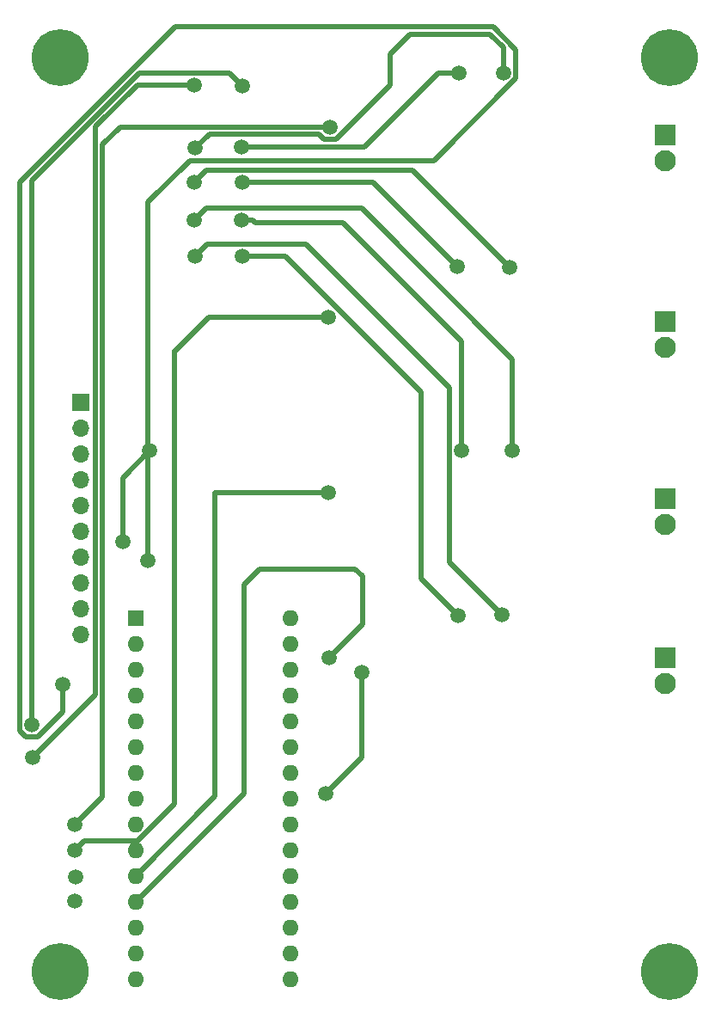
<source format=gbr>
%TF.GenerationSoftware,KiCad,Pcbnew,(6.0.4)*%
%TF.CreationDate,2023-07-24T13:38:07-04:00*%
%TF.ProjectId,BREAD_Slice,42524541-445f-4536-9c69-63652e6b6963,rev?*%
%TF.SameCoordinates,Original*%
%TF.FileFunction,Copper,L1,Top*%
%TF.FilePolarity,Positive*%
%FSLAX46Y46*%
G04 Gerber Fmt 4.6, Leading zero omitted, Abs format (unit mm)*
G04 Created by KiCad (PCBNEW (6.0.4)) date 2023-07-24 13:38:07*
%MOMM*%
%LPD*%
G01*
G04 APERTURE LIST*
%TA.AperFunction,ComponentPad*%
%ADD10C,5.600000*%
%TD*%
%TA.AperFunction,ComponentPad*%
%ADD11R,1.600000X1.600000*%
%TD*%
%TA.AperFunction,ComponentPad*%
%ADD12O,1.600000X1.600000*%
%TD*%
%TA.AperFunction,ComponentPad*%
%ADD13R,1.700000X1.700000*%
%TD*%
%TA.AperFunction,ComponentPad*%
%ADD14O,1.700000X1.700000*%
%TD*%
%TA.AperFunction,ComponentPad*%
%ADD15R,2.100000X2.100000*%
%TD*%
%TA.AperFunction,ComponentPad*%
%ADD16C,2.100000*%
%TD*%
%TA.AperFunction,ViaPad*%
%ADD17C,1.500000*%
%TD*%
%TA.AperFunction,Conductor*%
%ADD18C,0.500000*%
%TD*%
G04 APERTURE END LIST*
D10*
%TO.P,H1,1*%
%TO.N,N/C*%
X127600000Y-44800000D03*
%TD*%
%TO.P,H2,1*%
%TO.N,N/C*%
X187600000Y-44800000D03*
%TD*%
%TO.P,H3,1*%
%TO.N,N/C*%
X127600000Y-134800000D03*
%TD*%
%TO.P,H4,1*%
%TO.N,N/C*%
X187600000Y-134800000D03*
%TD*%
D11*
%TO.P,A1,1*%
%TO.N,Net-(A1-Pad1)*%
X135000000Y-100000000D03*
D12*
%TO.P,A1,2*%
%TO.N,Net-(A1-Pad2)*%
X135000000Y-102540000D03*
%TO.P,A1,3*%
%TO.N,Net-(A1-Pad3)*%
X135000000Y-105080000D03*
%TO.P,A1,4*%
%TO.N,GND*%
X135000000Y-107620000D03*
%TO.P,A1,5*%
%TO.N,/E_STOP*%
X135000000Y-110160000D03*
%TO.P,A1,6*%
%TO.N,/INT*%
X135000000Y-112700000D03*
%TO.P,A1,7*%
%TO.N,/SYNC*%
X135000000Y-115240000D03*
%TO.P,A1,8*%
%TO.N,Net-(A1-Pad8)*%
X135000000Y-117780000D03*
%TO.P,A1,9*%
%TO.N,/SS1*%
X135000000Y-120320000D03*
%TO.P,A1,10*%
%TO.N,/SS2*%
X135000000Y-122860000D03*
%TO.P,A1,11*%
%TO.N,/SS3*%
X135000000Y-125400000D03*
%TO.P,A1,12*%
%TO.N,/SS4*%
X135000000Y-127940000D03*
%TO.P,A1,13*%
%TO.N,Net-(A1-Pad13)*%
X135000000Y-130480000D03*
%TO.P,A1,14*%
%TO.N,Net-(A1-Pad14)*%
X135000000Y-133020000D03*
%TO.P,A1,15*%
%TO.N,/DATA*%
X135000000Y-135560000D03*
%TO.P,A1,16*%
%TO.N,/CLK*%
X150240000Y-135560000D03*
%TO.P,A1,17*%
%TO.N,Net-(A1-Pad17)*%
X150240000Y-133020000D03*
%TO.P,A1,18*%
%TO.N,Net-(A1-Pad18)*%
X150240000Y-130480000D03*
%TO.P,A1,19*%
%TO.N,Net-(A1-Pad19)*%
X150240000Y-127940000D03*
%TO.P,A1,20*%
%TO.N,Net-(A1-Pad20)*%
X150240000Y-125400000D03*
%TO.P,A1,21*%
%TO.N,Net-(A1-Pad21)*%
X150240000Y-122860000D03*
%TO.P,A1,22*%
%TO.N,Net-(A1-Pad22)*%
X150240000Y-120320000D03*
%TO.P,A1,23*%
%TO.N,/I2C_DAT*%
X150240000Y-117780000D03*
%TO.P,A1,24*%
%TO.N,/I2C_CLK*%
X150240000Y-115240000D03*
%TO.P,A1,25*%
%TO.N,Net-(A1-Pad25)*%
X150240000Y-112700000D03*
%TO.P,A1,26*%
%TO.N,Net-(A1-Pad26)*%
X150240000Y-110160000D03*
%TO.P,A1,27*%
%TO.N,+5V*%
X150240000Y-107620000D03*
%TO.P,A1,28*%
%TO.N,Net-(A1-Pad28)*%
X150240000Y-105080000D03*
%TO.P,A1,29*%
%TO.N,GND*%
X150240000Y-102540000D03*
%TO.P,A1,30*%
%TO.N,+12V*%
X150240000Y-100000000D03*
%TD*%
D13*
%TO.P,J1,1*%
%TO.N,GND*%
X129600000Y-78800000D03*
D14*
%TO.P,J1,2*%
%TO.N,+12V*%
X129600000Y-81340000D03*
%TO.P,J1,3*%
%TO.N,/I2C_CLK*%
X129600000Y-83880000D03*
%TO.P,J1,4*%
%TO.N,/I2C_DAT*%
X129600000Y-86420000D03*
%TO.P,J1,5*%
%TO.N,GND*%
X129600000Y-88960000D03*
%TO.P,J1,6*%
%TO.N,/E_STOP*%
X129600000Y-91500000D03*
%TO.P,J1,7*%
%TO.N,/INT*%
X129600000Y-94040000D03*
%TO.P,J1,8*%
%TO.N,/SYNC*%
X129600000Y-96580000D03*
%TO.P,J1,9*%
%TO.N,+12V*%
X129600000Y-99120000D03*
%TO.P,J1,10*%
%TO.N,GND*%
X129600000Y-101660000D03*
%TD*%
D15*
%TO.P,J2,1*%
%TO.N,Net-(FB2-Pad1)*%
X187179500Y-52424000D03*
D16*
%TO.P,J2,2*%
%TO.N,Net-(FB1-Pad1)*%
X187179500Y-54964000D03*
%TD*%
D15*
%TO.P,J3,1*%
%TO.N,Net-(FB4-Pad1)*%
X187179500Y-88238000D03*
D16*
%TO.P,J3,2*%
%TO.N,Net-(FB3-Pad1)*%
X187179500Y-90778000D03*
%TD*%
D15*
%TO.P,J4,1*%
%TO.N,Net-(FB6-Pad1)*%
X187179500Y-70839000D03*
D16*
%TO.P,J4,2*%
%TO.N,Net-(FB5-Pad1)*%
X187179500Y-73379000D03*
%TD*%
D15*
%TO.P,J5,1*%
%TO.N,Net-(FB8-Pad1)*%
X187179500Y-103922500D03*
D16*
%TO.P,J5,2*%
%TO.N,Net-(FB7-Pad1)*%
X187179500Y-106462500D03*
%TD*%
D17*
%TO.N,GND*%
X127807000Y-106589500D03*
X157271000Y-105383000D03*
X153715000Y-117321000D03*
X136379500Y-83539000D03*
X136189000Y-94397500D03*
X133712500Y-92492500D03*
%TO.N,/SS1*%
X154159500Y-51662000D03*
X129013500Y-120369000D03*
%TO.N,/SS2*%
X129013500Y-122909000D03*
X153969000Y-70394500D03*
%TO.N,/SS3*%
X129077000Y-125512500D03*
X153969000Y-87666500D03*
%TO.N,/SS4*%
X154032500Y-103922500D03*
X129013500Y-127925500D03*
%TO.N,/DATA*%
X167113500Y-83539000D03*
X166859500Y-46328000D03*
X124759000Y-110526500D03*
X145523500Y-57123000D03*
X145460000Y-60869500D03*
X145523500Y-47598000D03*
X166732500Y-99795000D03*
X145523500Y-64425500D03*
X166669000Y-65441500D03*
X145460000Y-53630500D03*
%TO.N,/CLK*%
X171241000Y-46328000D03*
X140761000Y-57123000D03*
X171114000Y-99731500D03*
X172130000Y-83539000D03*
X140761000Y-47534500D03*
X124822500Y-113765000D03*
X140824500Y-64425500D03*
X140888000Y-53757500D03*
X171876000Y-65505000D03*
X140761000Y-60869500D03*
%TD*%
D18*
%TO.N,GND*%
X172441001Y-44061538D02*
X172441001Y-46904001D01*
X127807000Y-109254502D02*
X125335001Y-111726501D01*
X123558999Y-57131112D02*
X138872121Y-41817990D01*
X136379500Y-83539000D02*
X133712500Y-86206000D01*
X172441001Y-46904001D02*
X164387501Y-54957501D01*
X133712500Y-86206000D02*
X133712500Y-92492500D01*
X157271000Y-113765000D02*
X153715000Y-117321000D01*
X124182999Y-111726501D02*
X123558999Y-111102501D01*
X164387501Y-54957501D02*
X140311999Y-54957501D01*
X157271000Y-105383000D02*
X157271000Y-113765000D01*
X123558999Y-111102501D02*
X123558999Y-57131112D01*
X140311999Y-54957501D02*
X136189000Y-59080500D01*
X125335001Y-111726501D02*
X124182999Y-111726501D01*
X136189000Y-59080500D02*
X136189000Y-94397500D01*
X138872121Y-41817990D02*
X170197453Y-41817990D01*
X127807000Y-106589500D02*
X127807000Y-109254502D01*
X170197453Y-41817990D02*
X172441001Y-44061538D01*
%TO.N,/SS1*%
X131744000Y-117638500D02*
X131744000Y-53376500D01*
X133458500Y-51662000D02*
X154159500Y-51662000D01*
X131744000Y-53376500D02*
X133458500Y-51662000D01*
X129013500Y-120369000D02*
X131744000Y-117638500D01*
%TO.N,/SS2*%
X129966000Y-121956500D02*
X135213502Y-121956500D01*
X129013500Y-122909000D02*
X129966000Y-121956500D01*
X135213502Y-121956500D02*
X138856000Y-118314002D01*
X138856000Y-118314002D02*
X138856000Y-73696500D01*
X138919500Y-73696500D02*
X142221500Y-70394500D01*
X138856000Y-73696500D02*
X138919500Y-73696500D01*
X142221500Y-70394500D02*
X153969000Y-70394500D01*
%TO.N,/SS3*%
X142793000Y-87666500D02*
X153969000Y-87666500D01*
X135000000Y-125400000D02*
X142793000Y-117607000D01*
X142793000Y-117607000D02*
X142793000Y-87666500D01*
%TO.N,/SS4*%
X135000000Y-127940000D02*
X145650500Y-117289500D01*
X157334500Y-100620500D02*
X154032500Y-103922500D01*
X156636000Y-95223000D02*
X157334500Y-95921500D01*
X157334500Y-95921500D02*
X157334500Y-100620500D01*
X145650500Y-96747000D02*
X147174500Y-95223000D01*
X147174500Y-95223000D02*
X156636000Y-95223000D01*
X145650500Y-117289500D02*
X145650500Y-96747000D01*
%TO.N,/DATA*%
X163113000Y-77762498D02*
X163113000Y-96175500D01*
X149776002Y-64425500D02*
X163113000Y-77762498D01*
X124759000Y-56921074D02*
X135345575Y-46334499D01*
X144259999Y-46334499D02*
X145523500Y-47598000D01*
X158350500Y-57123000D02*
X166669000Y-65441500D01*
X135345575Y-46334499D02*
X144259999Y-46334499D01*
X163113000Y-96175500D02*
X166732500Y-99795000D01*
X145460000Y-60869500D02*
X146520660Y-60869500D01*
X145523500Y-64425500D02*
X149776002Y-64425500D01*
X145460000Y-53630500D02*
X157525000Y-53630500D01*
X164827500Y-46328000D02*
X166859500Y-46328000D01*
X146520660Y-60869500D02*
X146774660Y-61123500D01*
X124759000Y-110526500D02*
X124759000Y-56921074D01*
X157525000Y-53630500D02*
X164827500Y-46328000D01*
X145523500Y-57123000D02*
X158350500Y-57123000D01*
X146774660Y-61123500D02*
X155429500Y-61123500D01*
X155429500Y-61123500D02*
X167113500Y-72807500D01*
X167113500Y-72807500D02*
X167113500Y-83539000D01*
%TO.N,/CLK*%
X162293999Y-55922999D02*
X171876000Y-65505000D01*
X135135537Y-47534500D02*
X140761000Y-47534500D01*
X151752999Y-63225499D02*
X165913499Y-77385999D01*
X141961001Y-59669499D02*
X157277499Y-59669499D01*
X171241000Y-43851500D02*
X171241000Y-46328000D01*
X172130000Y-74522000D02*
X172130000Y-83539000D01*
X160065000Y-47532502D02*
X160065000Y-44486500D01*
X140824500Y-64425500D02*
X142024501Y-63225499D01*
X165913499Y-77385999D02*
X165913499Y-94530999D01*
X140888000Y-53757500D02*
X142283490Y-52362010D01*
X160065000Y-44486500D02*
X162033500Y-42518000D01*
X153083508Y-52362010D02*
X153583499Y-52862001D01*
X154735501Y-52862001D02*
X160065000Y-47532502D01*
X124822500Y-113765000D02*
X131043990Y-107543510D01*
X141961001Y-55922999D02*
X162293999Y-55922999D01*
X165913499Y-94530999D02*
X171114000Y-99731500D01*
X140761000Y-60869500D02*
X141961001Y-59669499D01*
X131043990Y-107543510D02*
X131043990Y-51626047D01*
X140761000Y-57123000D02*
X141961001Y-55922999D01*
X169907500Y-42518000D02*
X171241000Y-43851500D01*
X131043990Y-51626047D02*
X135135537Y-47534500D01*
X162033500Y-42518000D02*
X169907500Y-42518000D01*
X142024501Y-63225499D02*
X151752999Y-63225499D01*
X142283490Y-52362010D02*
X153083508Y-52362010D01*
X157277499Y-59669499D02*
X172130000Y-74522000D01*
X153583499Y-52862001D02*
X154735501Y-52862001D01*
%TD*%
M02*

</source>
